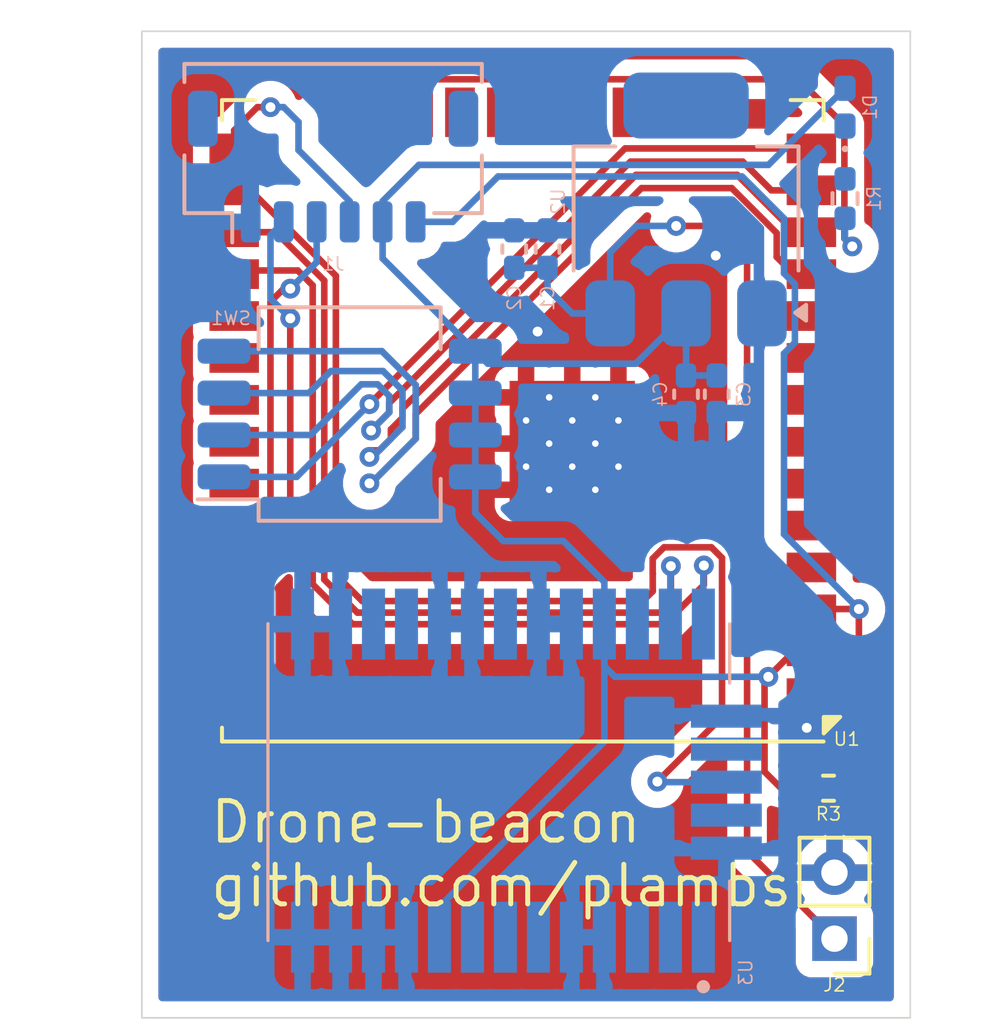
<source format=kicad_pcb>
(kicad_pcb (version 20241229) (generator "pcbnew") (generator_version "9.0")
  (layers (0 "F.Cu" signal) (2 "B.Cu" signal) (13 "F.Paste" user) (15 "B.Paste" user) (5 "F.SilkS" user "F.Silkscreen") (7 "B.SilkS" user "B.Silkscreen") (1 "F.Mask" user) (3 "B.Mask" user) (25 "Edge.Cuts" user))
  (net 0 "")
  (net 1 "GND")
  (net 2 "Net-(J2-Pin_1)")
  (net 3 "+3.3V")
  (net 4 "Net-(D1-K)")
  (net 5 "/ESP32_TX")
  (net 6 "/ESP32_RX")
  (net 7 "/ESP32_EN")
  (net 8 "/ESP32_BOOT")
  (net 9 "/STATUS_LED")
  (net 10 "/DIP1")
  (net 11 "/DIP3")
  (net 12 "/DIP2")
  (net 13 "/DIP4")
  (net 14 "/GPS_TX")
  (net 15 "/GPS_RX")
  (net 16 "/GPS_PPS")
  (footprint "Connector_PinHeader_2.00mm:PinHeader_1x02_P2.00mm_Vertical" (layer "F.Cu") (at 200.5 77.1 180)
    (property "Reference" "J2" (at 0 -1.4 0) (layer "F.SilkS") (effects (font (size 0.4 0.4) (thickness 0.05))))
    (property "Value" "Power Input")
    (fp_line (start 1.06 1) (end 1.06 3.06) (stroke (width 0.12)) (layer "F.SilkS"))
    (fp_line (start -1.06 3.06) (end 1.06 3.06) (stroke (width 0.12)) (layer "F.SilkS"))
    (fp_line (start -1.06 1) (end 1.06 1) (stroke (width 0.12)) (layer "F.SilkS"))
    (fp_line (start -1.06 1) (end -1.06 3.06) (stroke (width 0.12)) (layer "F.SilkS"))
    (fp_line (start -1.06 0) (end -1.06 -1.06) (stroke (width 0.12)) (layer "F.SilkS"))
    (fp_line (start -1.06 -1.06) (end 0 -1.06) (stroke (width 0.12)) (layer "F.SilkS"))
    (pad "1" thru_hole rect (at 0 0 180) (size 1.35 1.35) (drill 0.8) (layers "*.Cu" "*.Mask") (net 2 "Net-(J2-Pin_1)"))
    (pad "2" thru_hole oval (at 0 2 180) (size 1.35 1.35) (drill 0.8) (layers "*.Cu" "*.Mask") (net 1 "GND"))
  )
  (footprint "Resistor_SMD:R_0402_1005Metric_Pad0.72x0.64mm_HandSolder" (layer "F.Cu") (at 200.32 72.54)
    (property "Reference" "R3" (at 0 0.78 0) (layer "F.SilkS") (effects (font (size 0.4 0.4) (thickness 0.05))))
    (property "Value" "10k")
    (fp_line (start -0.167621 -0.38) (end 0.167621 -0.38) (stroke (width 0.12)) (layer "F.SilkS"))
    (fp_line (start -0.167621 0.38) (end 0.167621 0.38) (stroke (width 0.12)) (layer "F.SilkS"))
    (pad "1" smd roundrect (at -0.5975 0) (size 0.715 0.64) (layers "F.Cu" "F.Mask" "F.Paste") (net 3 "+3.3V"))
    (pad "2" smd roundrect (at 0.5975 0) (size 0.715 0.64) (layers "F.Cu" "F.Mask" "F.Paste") (net 7 "/ESP32_EN"))
  )
  (footprint "RF_Module:ESP32-WROOM-32U" (layer "F.Cu") (at 191.05 61.405 180)
    (property "Reference" "U1" (at -9.82 -9.645 0) (layer "F.SilkS") (effects (font (size 0.4 0.4) (thickness 0.05))))
    (property "Value" "ESP32-WROOM-32U")
    (fp_line (start 9.12 9.72) (end 8.12 9.72) (stroke (width 0.12)) (layer "F.SilkS"))
    (fp_line (start 9.12 9.1) (end 9.12 9.72) (stroke (width 0.12)) (layer "F.SilkS"))
    (fp_line (start 9.12 -9.72) (end 9.12 -9.3) (stroke (width 0.12)) (layer "F.SilkS"))
    (fp_line (start -9.12 9.72) (end -8.12 9.72) (stroke (width 0.12)) (layer "F.SilkS"))
    (fp_line (start -9.12 9.1) (end -9.12 9.72) (stroke (width 0.12)) (layer "F.SilkS"))
    (fp_line (start -9.12 -9.72) (end 9.12 -9.72) (stroke (width 0.12)) (layer "F.SilkS"))
    (fp_poly (pts (xy -9.125 -8.975) (xy -9.625 -8.975) (xy -9.125 -9.475) (xy -9.125 -8.975)) (stroke (width 0.12)) (fill yes) (layer "F.SilkS"))
    (pad "1" smd rect (at -8.75 -8.255 180) (size 1.5 0.9) (layers "F.Cu" "F.Mask" "F.Paste") (net 1 "GND"))
    (pad "2" smd rect (at -8.75 -6.985 180) (size 1.5 0.9) (layers "F.Cu" "F.Mask" "F.Paste") (net 3 "+3.3V"))
    (pad "3" smd rect (at -8.75 -5.715 180) (size 1.5 0.9) (layers "F.Cu" "F.Mask" "F.Paste") (net 7 "/ESP32_EN"))
    (pad "4" smd rect (at -8.75 -4.445 180) (size 1.5 0.9) (layers "F.Cu" "F.Mask" "F.Paste"))
    (pad "5" smd rect (at -8.75 -3.175 180) (size 1.5 0.9) (layers "F.Cu" "F.Mask" "F.Paste"))
    (pad "6" smd rect (at -8.75 -1.905 180) (size 1.5 0.9) (layers "F.Cu" "F.Mask" "F.Paste"))
    (pad "7" smd rect (at -8.75 -0.635 180) (size 1.5 0.9) (layers "F.Cu" "F.Mask" "F.Paste"))
    (pad "8" smd rect (at -8.75 0.635 180) (size 1.5 0.9) (layers "F.Cu" "F.Mask" "F.Paste"))
    (pad "9" smd rect (at -8.75 1.905 180) (size 1.5 0.9) (layers "F.Cu" "F.Mask" "F.Paste"))
    (pad "10" smd rect (at -8.75 3.175 180) (size 1.5 0.9) (layers "F.Cu" "F.Mask" "F.Paste"))
    (pad "11" smd rect (at -8.75 4.445 180) (size 1.5 0.9) (layers "F.Cu" "F.Mask" "F.Paste") (net 13 "/DIP4"))
    (pad "12" smd rect (at -8.75 5.715 180) (size 1.5 0.9) (layers "F.Cu" "F.Mask" "F.Paste") (net 11 "/DIP3"))
    (pad "13" smd rect (at -8.75 6.985 180) (size 1.5 0.9) (layers "F.Cu" "F.Mask" "F.Paste") (net 12 "/DIP2"))
    (pad "14" smd rect (at -8.75 8.255 180) (size 1.5 0.9) (layers "F.Cu" "F.Mask" "F.Paste") (net 10 "/DIP1"))
    (pad "15" smd rect (at -5.715 9.35 270) (size 1.5 0.9) (layers "F.Cu" "F.Mask" "F.Paste") (net 1 "GND"))
    (pad "16" smd rect (at -4.445 9.35 270) (size 1.5 0.9) (layers "F.Cu" "F.Mask" "F.Paste"))
    (pad "17" smd rect (at -3.175 9.35 270) (size 1.5 0.9) (layers "F.Cu" "F.Mask" "F.Paste"))
    (pad "18" smd rect (at -1.905 9.35 270) (size 1.5 0.9) (layers "F.Cu" "F.Mask" "F.Paste"))
    (pad "19" smd rect (at -0.635 9.35 270) (size 1.5 0.9) (layers "F.Cu" "F.Mask" "F.Paste"))
    (pad "20" smd rect (at 0.635 9.35 270) (size 1.5 0.9) (layers "F.Cu" "F.Mask" "F.Paste"))
    (pad "21" smd rect (at 1.905 9.35 270) (size 1.5 0.9) (layers "F.Cu" "F.Mask" "F.Paste"))
    (pad "22" smd rect (at 3.175 9.35 270) (size 1.5 0.9) (layers "F.Cu" "F.Mask" "F.Paste"))
    (pad "23" smd rect (at 4.445 9.35 270) (size 1.5 0.9) (layers "F.Cu" "F.Mask" "F.Paste"))
    (pad "24" smd rect (at 5.715 9.35 270) (size 1.5 0.9) (layers "F.Cu" "F.Mask" "F.Paste") (net 9 "/STATUS_LED"))
    (pad "25" smd rect (at 8.75 8.255 180) (size 1.5 0.9) (layers "F.Cu" "F.Mask" "F.Paste") (net 8 "/ESP32_BOOT"))
    (pad "26" smd rect (at 8.75 6.985 180) (size 1.5 0.9) (layers "F.Cu" "F.Mask" "F.Paste") (net 16 "/GPS_PPS"))
    (pad "27" smd rect (at 8.75 5.715 180) (size 1.5 0.9) (layers "F.Cu" "F.Mask" "F.Paste") (net 14 "/GPS_TX"))
    (pad "28" smd rect (at 8.75 4.445 180) (size 1.5 0.9) (layers "F.Cu" "F.Mask" "F.Paste") (net 15 "/GPS_RX"))
    (pad "29" smd rect (at 8.75 3.175 180) (size 1.5 0.9) (layers "F.Cu" "F.Mask" "F.Paste"))
    (pad "30" smd rect (at 8.75 1.905 180) (size 1.5 0.9) (layers "F.Cu" "F.Mask" "F.Paste"))
    (pad "31" smd rect (at 8.75 0.635 180) (size 1.5 0.9) (layers "F.Cu" "F.Mask" "F.Paste"))
    (pad "32" smd rect (at 8.75 -0.635 180) (size 1.5 0.9) (layers "F.Cu" "F.Mask" "F.Paste"))
    (pad "33" smd rect (at 8.75 -1.905 180) (size 1.5 0.9) (layers "F.Cu" "F.Mask" "F.Paste"))
    (pad "34" smd rect (at 8.75 -3.175 180) (size 1.5 0.9) (layers "F.Cu" "F.Mask" "F.Paste") (net 6 "/ESP32_RX"))
    (pad "35" smd rect (at 8.75 -4.445 180) (size 1.5 0.9) (layers "F.Cu" "F.Mask" "F.Paste") (net 5 "/ESP32_TX"))
    (pad "36" smd rect (at 8.75 -5.715 180) (size 1.5 0.9) (layers "F.Cu" "F.Mask" "F.Paste"))
    (pad "37" smd rect (at 8.75 -6.985 180) (size 1.5 0.9) (layers "F.Cu" "F.Mask" "F.Paste"))
    (pad "38" smd rect (at 8.75 -8.255 180) (size 1.5 0.9) (layers "F.Cu" "F.Mask" "F.Paste") (net 1 "GND"))
    (pad "39" smd rect (at -2.9 -2.09 180) (size 0.9 0.9) (layers "F.Cu" "F.Paste") (net 1 "GND"))
    (pad "39" thru_hole circle (at -2.9 -1.39 180) (size 0.6 0.6) (drill 0.2) (property pad_prop_heatsink) (layers "*.Cu" "F.Mask") (net 1 "GND"))
    (pad "39" smd rect (at -2.9 -0.69 180) (size 0.9 0.9) (layers "F.Cu" "F.Paste") (net 1 "GND"))
    (pad "39" thru_hole circle (at -2.9 0.01 180) (size 0.6 0.6) (drill 0.2) (property pad_prop_heatsink) (layers "*.Cu" "F.Mask") (net 1 "GND"))
    (pad "39" smd rect (at -2.9 0.71 180) (size 0.9 0.9) (layers "F.Cu" "F.Paste") (net 1 "GND"))
    (pad "39" thru_hole circle (at -2.2 -2.09 180) (size 0.6 0.6) (drill 0.2) (property pad_prop_heatsink) (layers "*.Cu" "F.Mask") (net 1 "GND"))
    (pad "39" thru_hole circle (at -2.2 -0.69 180) (size 0.6 0.6) (drill 0.2) (property pad_prop_heatsink) (layers "*.Cu" "F.Mask") (net 1 "GND"))
    (pad "39" thru_hole circle (at -2.2 0.71 180) (size 0.6 0.6) (drill 0.2) (property pad_prop_heatsink) (layers "*.Cu" "F.Mask") (net 1 "GND"))
    (pad "39" smd rect (at -1.5 -2.09 180) (size 0.9 0.9) (layers "F.Cu" "F.Paste") (net 1 "GND"))
    (pad "39" thru_hole circle (at -1.5 -1.39 180) (size 0.6 0.6) (drill 0.2) (property pad_prop_heatsink) (layers "*.Cu" "F.Mask") (net 1 "GND"))
    (pad "39" smd rect (at -1.5 -0.69 180) (size 0.9 0.9) (layers "F.Cu" "F.Paste") (net 1 "GND"))
    (pad "39" smd rect (at -1.5 -0.69 180) (size 3.8 3.8) (property pad_prop_heatsink) (layers "F.Cu" "F.Mask") (net 1 "GND"))
    (pad "39" thru_hole circle (at -1.5 0.01 180) (size 0.6 0.6) (drill 0.2) (property pad_prop_heatsink) (layers "*.Cu" "F.Mask") (net 1 "GND"))
    (pad "39" smd rect (at -1.5 0.71 180) (size 0.9 0.9) (layers "F.Cu" "F.Paste") (net 1 "GND"))
    (pad "39" thru_hole circle (at -0.8 -2.09 180) (size 0.6 0.6) (drill 0.2) (property pad_prop_heatsink) (layers "*.Cu" "F.Mask") (net 1 "GND"))
    (pad "39" thru_hole circle (at -0.8 -0.69 180) (size 0.6 0.6) (drill 0.2) (property pad_prop_heatsink) (layers "*.Cu" "F.Mask") (net 1 "GND"))
    (pad "39" thru_hole circle (at -0.8 0.71 180) (size 0.6 0.6) (drill 0.2) (property pad_prop_heatsink) (layers "*.Cu" "F.Mask") (net 1 "GND"))
    (pad "39" smd rect (at -0.1 -2.09 180) (size 0.9 0.9) (layers "F.Cu" "F.Paste") (net 1 "GND"))
    (pad "39" thru_hole circle (at -0.1 -1.39 180) (size 0.6 0.6) (drill 0.2) (property pad_prop_heatsink) (layers "*.Cu" "F.Mask") (net 1 "GND"))
    (pad "39" smd rect (at -0.1 -0.69 180) (size 0.9 0.9) (layers "F.Cu" "F.Paste") (net 1 "GND"))
    (pad "39" thru_hole circle (at -0.1 0.01 180) (size 0.6 0.6) (drill 0.2) (property pad_prop_heatsink) (layers "*.Cu" "F.Mask") (net 1 "GND"))
    (pad "39" smd rect (at -0.1 0.71 180) (size 0.9 0.9) (layers "F.Cu" "F.Paste") (net 1 "GND"))
  )
  (footprint "Package_TO_SOT_SMD:SOT-223" (layer "B.Cu") (at 196 55 90)
    (property "Reference" "U2" (at 0.24 -3.88 90) (layer "B.SilkS") (effects (font (size 0.4 0.4) (thickness 0.05)) (justify mirror)))
    (property "Value" "AMS1117-3.3")
    (fp_line (start 1.91 -3.41) (end 1.91 -2.15) (stroke (width 0.12)) (layer "B.SilkS"))
    (fp_line (start -1.85 -3.41) (end 1.91 -3.41) (stroke (width 0.12)) (layer "B.SilkS"))
    (fp_line (start 1.91 3.41) (end 1.91 2.15) (stroke (width 0.12)) (layer "B.SilkS"))
    (fp_line (start -1.85 3.41) (end 1.91 3.41) (stroke (width 0.12)) (layer "B.SilkS"))
    (fp_poly (pts (xy -3.13 3.31) (xy -3.37 3.64) (xy -2.89 3.64) (xy -3.13 3.31)) (stroke (width 0.12)) (fill yes) (layer "B.SilkS"))
    (pad "1" smd roundrect (at -3.15 2.3 90) (size 2 1.5) (layers "B.Cu" "B.Mask" "B.Paste") (net 1 "GND"))
    (pad "2" smd roundrect (at -3.15 0 90) (size 2 1.5) (layers "B.Cu" "B.Mask" "B.Paste") (net 3 "+3.3V"))
    (pad "3" smd roundrect (at -3.15 -2.3 90) (size 2 1.5) (layers "B.Cu" "B.Mask" "B.Paste") (net 2 "Net-(J2-Pin_1)"))
    (pad "4" smd roundrect (at 3.15 0 90) (size 2 3.8) (layers "B.Cu" "B.Mask" "B.Paste"))
  )
  (footprint "Capacitor_SMD:C_0402_1005Metric_Pad0.74x0.62mm_HandSolder" (layer "B.Cu") (at 196.93 60.6 -90)
    (property "Reference" "C3" (at 0 -0.82 90) (layer "B.SilkS") (effects (font (size 0.4 0.4) (thickness 0.05)) (justify mirror)))
    (property "Value" "10uF")
    (fp_line (start -0.115835 0.36) (end 0.115835 0.36) (stroke (width 0.12)) (layer "B.SilkS"))
    (fp_line (start -0.115835 -0.36) (end 0.115835 -0.36) (stroke (width 0.12)) (layer "B.SilkS"))
    (pad "1" smd roundrect (at -0.5675 0 270) (size 0.735 0.62) (layers "B.Cu" "B.Mask" "B.Paste") (net 3 "+3.3V"))
    (pad "2" smd roundrect (at 0.5675 0 270) (size 0.735 0.62) (layers "B.Cu" "B.Mask" "B.Paste") (net 1 "GND"))
  )
  (footprint "Resistor_SMD:R_0402_1005Metric_Pad0.72x0.64mm_HandSolder" (layer "B.Cu") (at 200.82 54.67 90)
    (property "Reference" "R1" (at 0 0.88 90) (layer "B.SilkS") (effects (font (size 0.4 0.4) (thickness 0.05)) (justify mirror)))
    (property "Value" "1k")
    (fp_line (start -0.167621 -0.38) (end 0.167621 -0.38) (stroke (width 0.12)) (layer "B.SilkS"))
    (fp_line (start -0.167621 0.38) (end 0.167621 0.38) (stroke (width 0.12)) (layer "B.SilkS"))
    (pad "1" smd roundrect (at -0.5975 0 90) (size 0.715 0.64) (layers "B.Cu" "B.Mask" "B.Paste") (net 9 "/STATUS_LED"))
    (pad "2" smd roundrect (at 0.5975 0 90) (size 0.715 0.64) (layers "B.Cu" "B.Mask" "B.Paste") (net 4 "Net-(D1-K)"))
  )
  (footprint "Button_Switch_SMD:SW_DIP_SPSTx04_Slide_Copal_CHS-04B_W7.62mm_P1.27mm" (layer "B.Cu") (at 185.8 61.2)
    (property "Reference" "SW1" (at -3.6 -2.9 0) (layer "B.SilkS") (effects (font (size 0.4 0.4) (thickness 0.05)) (justify mirror)))
    (property "Value" "Model selection")
    (fp_line (start -4.61 2.585) (end -2.76 2.585) (stroke (width 0.12)) (layer "B.SilkS"))
    (fp_line (start -2.76 -3.235) (end -2.76 -1.965) (stroke (width 0.12)) (layer "B.SilkS"))
    (fp_line (start -2.76 -3.235) (end 2.76 -3.235) (stroke (width 0.12)) (layer "B.SilkS"))
    (fp_line (start -2.76 3.235) (end -2.76 2.585) (stroke (width 0.12)) (layer "B.SilkS"))
    (fp_line (start -2.76 3.235) (end 2.76 3.235) (stroke (width 0.12)) (layer "B.SilkS"))
    (fp_line (start 2.76 -3.235) (end 2.76 -1.965) (stroke (width 0.12)) (layer "B.SilkS"))
    (fp_line (start 2.76 3.235) (end 2.76 1.965) (stroke (width 0.12)) (layer "B.SilkS"))
    (pad "1" smd roundrect (at -3.81 1.905) (size 1.6 0.76) (layers "B.Cu" "B.Mask" "B.Paste") (net 10 "/DIP1"))
    (pad "2" smd roundrect (at -3.81 0.635) (size 1.6 0.76) (layers "B.Cu" "B.Mask" "B.Paste") (net 12 "/DIP2"))
    (pad "3" smd roundrect (at -3.81 -0.635) (size 1.6 0.76) (layers "B.Cu" "B.Mask" "B.Paste") (net 11 "/DIP3"))
    (pad "4" smd roundrect (at -3.81 -1.905) (size 1.6 0.76) (layers "B.Cu" "B.Mask" "B.Paste") (net 13 "/DIP4"))
    (pad "5" smd roundrect (at 3.81 -1.905) (size 1.6 0.76) (layers "B.Cu" "B.Mask" "B.Paste") (net 3 "+3.3V"))
    (pad "6" smd roundrect (at 3.81 -0.635) (size 1.6 0.76) (layers "B.Cu" "B.Mask" "B.Paste") (net 3 "+3.3V"))
    (pad "7" smd roundrect (at 3.81 0.635) (size 1.6 0.76) (layers "B.Cu" "B.Mask" "B.Paste") (net 3 "+3.3V"))
    (pad "8" smd roundrect (at 3.81 1.905) (size 1.6 0.76) (layers "B.Cu" "B.Mask" "B.Paste") (net 3 "+3.3V"))
  )
  (footprint "Capacitor_SMD:C_0402_1005Metric_Pad0.74x0.62mm_HandSolder" (layer "B.Cu") (at 191.8 56.2 90)
    (property "Reference" "C1" (at -1.49 0 270) (layer "B.SilkS") (effects (font (size 0.4 0.4) (thickness 0.05)) (justify mirror)))
    (property "Value" "10uF")
    (fp_line (start -0.115835 -0.36) (end 0.115835 -0.36) (stroke (width 0.12)) (layer "B.SilkS"))
    (fp_line (start -0.115835 0.36) (end 0.115835 0.36) (stroke (width 0.12)) (layer "B.SilkS"))
    (pad "1" smd roundrect (at -0.5675 0 90) (size 0.735 0.62) (layers "B.Cu" "B.Mask" "B.Paste") (net 2 "Net-(J2-Pin_1)"))
    (pad "2" smd roundrect (at 0.5675 0 90) (size 0.735 0.62) (layers "B.Cu" "B.Mask" "B.Paste") (net 1 "GND"))
  )
  (footprint "LED_SMD:LED_0402_1005Metric_Pad0.77x0.64mm_HandSolder" (layer "B.Cu") (at 200.82 51.9 90)
    (property "Reference" "D1" (at 0 0.76 90) (layer "B.SilkS") (effects (font (size 0.4 0.4) (thickness 0.05)) (justify mirror)))
    (property "Value" "LED")
    (fp_circle (center -1.265 0) (end -1.215 0) (stroke (width 0.1)) (fill no) (layer "B.SilkS"))
    (pad "1" smd roundrect (at -0.5725 0 90) (size 0.765 0.64) (layers "B.Cu" "B.Mask" "B.Paste") (net 4 "Net-(D1-K)"))
    (pad "2" smd roundrect (at 0.5725 0 90) (size 0.765 0.64) (layers "B.Cu" "B.Mask" "B.Paste") (net 3 "+3.3V"))
  )
  (footprint "QUECTEL_L96:L96" (layer "B.Cu") (at 190.81 72.31 -90)
    (property "Reference" "U3" (at 5.8135 -7 90) (layer "B.SilkS") (effects (font (size 0.4 0.4) (thickness 0.05)) (justify mirror)))
    (property "Value" "L96" (hide yes))
    (fp_line (start -4.754 7.487) (end 4.846 7.487) (stroke (width 0.1)) (layer "B.SilkS"))
    (fp_line (start 6.246 -5.614) (end 6.246 -5.614) (stroke (width 0.2)) (layer "B.SilkS"))
    (fp_line (start 6.246 -5.814) (end 6.246 -5.814) (stroke (width 0.2)) (layer "B.SilkS"))
    (fp_line (start -4.754 -6.513) (end -2.954 -6.513) (stroke (width 0.1)) (layer "B.SilkS"))
    (fp_line (start 4.846 -6.513) (end 3.046 -6.513) (stroke (width 0.1)) (layer "B.SilkS"))
    (fp_arc (start 6.246 -5.614) (mid 6.146 -5.714) (end 6.246 -5.814) (stroke (width 0.2)) (layer "B.SilkS"))
    (fp_arc (start 6.246 -5.814) (mid 6.346 -5.714) (end 6.246 -5.614) (stroke (width 0.2)) (layer "B.SilkS"))
    (pad "1" smd rect (at 4.746 -5.714 180) (size 0.7 2.15) (layers "B.Cu" "B.Mask" "B.Paste"))
    (pad "2" smd rect (at 4.746 -4.714 180) (size 0.7 2.15) (layers "B.Cu" "B.Mask" "B.Paste"))
    (pad "3" smd rect (at 4.746 -3.713 180) (size 0.7 2.15) (layers "B.Cu" "B.Mask" "B.Paste"))
    (pad "4" smd rect (at 4.746 -2.713 180) (size 0.7 2.15) (layers "B.Cu" "B.Mask" "B.Paste") (net 1 "GND"))
    (pad "5" smd rect (at 4.746 -1.713 180) (size 0.7 2.15) (layers "B.Cu" "B.Mask" "B.Paste") (net 1 "GND"))
    (pad "6" smd rect (at 4.746 -0.713 180) (size 0.7 2.15) (layers "B.Cu" "B.Mask" "B.Paste"))
    (pad "7" smd rect (at 4.746 0.287 180) (size 0.7 2.15) (layers "B.Cu" "B.Mask" "B.Paste"))
    (pad "8" smd rect (at 4.746 1.287 180) (size 0.7 2.15) (layers "B.Cu" "B.Mask" "B.Paste"))
    (pad "9" smd rect (at 4.746 2.287 180) (size 0.7 2.15) (layers "B.Cu" "B.Mask" "B.Paste") (net 3 "+3.3V"))
    (pad "10" smd rect (at 4.746 3.287 180) (size 0.7 2.15) (layers "B.Cu" "B.Mask" "B.Paste") (net 1 "GND"))
    (pad "11" smd rect (at 4.746 4.287 180) (size 0.7 2.15) (layers "B.Cu" "B.Mask" "B.Paste") (net 1 "GND"))
    (pad "12" smd rect (at 4.746 5.287 180) (size 0.7 2.15) (layers "B.Cu" "B.Mask" "B.Paste") (net 1 "GND"))
    (pad "13" smd rect (at 4.746 6.438 180) (size 0.7 2.15) (layers "B.Cu" "B.Mask" "B.Paste") (net 1 "GND"))
    (pad "14" smd rect (at -4.744 6.438 180) (size 0.7 2.15) (layers "B.Cu" "B.Mask" "B.Paste") (net 1 "GND"))
    (pad "15" smd rect (at -4.744 5.287 180) (size 0.7 2.15) (layers "B.Cu" "B.Mask" "B.Paste") (net 1 "GND"))
    (pad "16" smd rect (at -4.744 4.287 180) (size 0.7 2.15) (layers "B.Cu" "B.Mask" "B.Paste"))
    (pad "17" smd rect (at -4.744 3.287 180) (size 0.7 2.15) (layers "B.Cu" "B.Mask" "B.Paste"))
    (pad "18" smd rect (at -4.744 2.287 180) (size 0.7 2.15) (layers "B.Cu" "B.Mask" "B.Paste") (net 1 "GND"))
    (pad "19" smd rect (at -4.744 1.287 180) (size 0.7 2.15) (layers "B.Cu" "B.Mask" "B.Paste") (net 1 "GND"))
    (pad "20" smd rect (at -4.744 0.287 180) (size 0.7 2.15) (layers "B.Cu" "B.Mask" "B.Paste"))
    (pad "21" smd rect (at -4.744 -0.713 180) (size 0.7 2.15) (layers "B.Cu" "B.Mask" "B.Paste") (net 1 "GND"))
    (pad "22" smd rect (at -4.744 -1.713 180) (size 0.7 2.15) (layers "B.Cu" "B.Mask" "B.Paste") (net 1 "GND"))
    (pad "23" smd rect (at -4.744 -2.713 180) (size 0.7 2.15) (layers "B.Cu" "B.Mask" "B.Paste") (net 3 "+3.3V"))
    (pad "24" smd rect (at -4.744 -3.713 180) (size 0.7 2.15) (layers "B.Cu" "B.Mask" "B.Paste"))
    (pad "25" smd rect (at -4.744 -4.714 180) (size 0.7 2.15) (layers "B.Cu" "B.Mask" "B.Paste") (net 14 "/GPS_TX"))
    (pad "26" smd rect (at -4.744 -5.714 180) (size 0.7 2.15) (layers "B.Cu" "B.Mask" "B.Paste") (net 15 "/GPS_RX"))
    (pad "27" smd rect (at -1.954 -6.412 270) (size 0.7 2.15) (layers "B.Cu" "B.Mask" "B.Paste") (net 1 "GND"))
    (pad "28" smd rect (at -0.954 -6.412 270) (size 0.7 2.15) (layers "B.Cu" "B.Mask" "B.Paste"))
    (pad "29" smd rect (at 0.046 -6.412 270) (size 0.7 2.15) (layers "B.Cu" "B.Mask" "B.Paste") (net 16 "/GPS_PPS"))
    (pad "30" smd rect (at 1.046 -6.412 270) (size 0.7 2.15) (layers "B.Cu" "B.Mask" "B.Paste"))
    (pad "31" smd rect (at 2.046 -6.412 270) (size 0.7 2.15) (layers "B.Cu" "B.Mask" "B.Paste") (net 1 "GND"))
  )
  (footprint "Capacitor_SMD:C_0402_1005Metric_Pad0.74x0.62mm_HandSolder" (layer "B.Cu") (at 190.79 56.2 90)
    (property "Reference" "C2" (at -1.48 0 270) (layer "B.SilkS") (effects (font (size 0.4 0.4) (thickness 0.05)) (justify mirror)))
    (property "Value" "100nF")
    (fp_line (start -0.115835 -0.36) (end 0.115835 -0.36) (stroke (width 0.12)) (layer "B.SilkS"))
    (fp_line (start -0.115835 0.36) (end 0.115835 0.36) (stroke (width 0.12)) (layer "B.SilkS"))
    (pad "1" smd roundrect (at -0.5675 0 90) (size 0.735 0.62) (layers "B.Cu" "B.Mask" "B.Paste") (net 2 "Net-(J2-Pin_1)"))
    (pad "2" smd roundrect (at 0.5675 0 90) (size 0.735 0.62) (layers "B.Cu" "B.Mask" "B.Paste") (net 1 "GND"))
  )
  (footprint "Capacitor_SMD:C_0402_1005Metric_Pad0.74x0.62mm_HandSolder" (layer "B.Cu") (at 196 60.6 -90)
    (property "Reference" "C4" (at 0 0.78 90) (layer "B.SilkS") (effects (font (size 0.4 0.4) (thickness 0.05)) (justify mirror)))
    (property "Value" "100nF")
    (fp_line (start -0.115835 0.36) (end 0.115835 0.36) (stroke (width 0.12)) (layer "B.SilkS"))
    (fp_line (start -0.115835 -0.36) (end 0.115835 -0.36) (stroke (width 0.12)) (layer "B.SilkS"))
    (pad "1" smd roundrect (at -0.5675 0 270) (size 0.735 0.62) (layers "B.Cu" "B.Mask" "B.Paste") (net 3 "+3.3V"))
    (pad "2" smd roundrect (at 0.5675 0 270) (size 0.735 0.62) (layers "B.Cu" "B.Mask" "B.Paste") (net 1 "GND"))
  )
  (footprint "Connector_JST:JST_SHL_SM06B-SHLS-TF_1x06-1MP_P1.00mm_Horizontal" (layer "B.Cu") (at 185.3 53.7)
    (property "Reference" "J1" (at 0 2.95 0) (layer "B.SilkS") (effects (font (size 0.4 0.4) (thickness 0.05)) (justify mirror)))
    (property "Value" "ESP32 Flashing connector")
    (fp_line (start -4.51 -3.11) (end 4.51 -3.11) (stroke (width 0.12)) (layer "B.SilkS"))
    (fp_line (start -4.51 -2.56) (end -4.51 -3.11) (stroke (width 0.12)) (layer "B.SilkS"))
    (fp_line (start -4.51 -0.34) (end -4.51 1.41) (stroke (width 0.12)) (layer "B.SilkS"))
    (fp_line (start -4.51 1.41) (end -3.06 1.41) (stroke (width 0.12)) (layer "B.SilkS"))
    (fp_line (start -3.06 1.41) (end -3.06 2.3) (stroke (width 0.12)) (layer "B.SilkS"))
    (fp_line (start 4.51 -3.11) (end 4.51 -2.56) (stroke (width 0.12)) (layer "B.SilkS"))
    (fp_line (start 4.51 -0.34) (end 4.51 1.41) (stroke (width 0.12)) (layer "B.SilkS"))
    (fp_line (start 4.51 1.41) (end 3.06 1.41) (stroke (width 0.12)) (layer "B.SilkS"))
    (pad "1" smd roundrect (at -2.5 1.675) (size 0.6 1.25) (layers "B.Cu" "B.Mask" "B.Paste") (net 1 "GND"))
    (pad "2" smd roundrect (at -1.5 1.675) (size 0.6 1.25) (layers "B.Cu" "B.Mask" "B.Paste") (net 5 "/ESP32_TX"))
    (pad "3" smd roundrect (at -0.5 1.675) (size 0.6 1.25) (layers "B.Cu" "B.Mask" "B.Paste") (net 6 "/ESP32_RX"))
    (pad "4" smd roundrect (at 0.5 1.675) (size 0.6 1.25) (layers "B.Cu" "B.Mask" "B.Paste") (net 8 "/ESP32_BOOT"))
    (pad "5" smd roundrect (at 1.5 1.675) (size 0.6 1.25) (layers "B.Cu" "B.Mask" "B.Paste") (net 3 "+3.3V"))
    (pad "6" smd roundrect (at 2.5 1.675) (size 0.6 1.25) (layers "B.Cu" "B.Mask" "B.Paste") (net 7 "/ESP32_EN"))
    (pad "MP" smd roundrect (at -3.95 -1.45) (size 0.9 1.7) (layers "B.Cu" "B.Mask" "B.Paste"))
    (pad "MP" smd roundrect (at 3.95 -1.45) (size 0.9 1.7) (layers "B.Cu" "B.Mask" "B.Paste"))
  )
  (gr_rect (start 179.5 49.6) (end 202.8 79.5) (stroke (width 0.05)) (fill no) (layer "Edge.Cuts"))
  (gr_text "Drone-beacon\ngithub.com/plambs" (at 181.5 76.2 0) (layer "F.SilkS") (effects (font (size 1.2 1.2)) (justify left bottom)))
  (segment (start 181.03 72.33) (end 181.04 72.34) (width 0.2) (layer "F.Cu") (net 1))
  (via (at 196.9 56.4) (size 0.6) (drill 0.3) (layers "F.Cu" "B.Cu") (net 1))
  (via (at 199.66 70.71) (size 0.6) (drill 0.3) (layers "F.Cu" "B.Cu") (net 1))
  (via (at 191.5 58.7) (size 0.6) (drill 0.3) (layers "F.Cu" "B.Cu") (net 1))
  (segment (start 197.85 56.05) (end 197.3 55.5) (width 0.2) (layer "F.Cu") (net 2))
  (segment (start 197.85 74.45) (end 197.85 56.05) (width 0.2) (layer "F.Cu") (net 2))
  (segment (start 200.5 77.1) (end 197.85 74.45) (width 0.2) (layer "F.Cu") (net 2))
  (segment (start 197.3 55.5) (end 195.7 55.5) (width 0.2) (layer "F.Cu") (net 2))
  (via (at 195.7 55.5) (size 0.6) (drill 0.3) (layers "F.Cu" "B.Cu") (net 2))
  (segment (start 194.5 55.5) (end 195.7 55.5) (width 0.2) (layer "B.Cu") (net 2))
  (segment (start 193.7 58.15) (end 192.55 58.15) (width 0.2) (layer "B.Cu") (net 2))
  (segment (start 193.7 58.15) (end 193.7 56.3) (width 0.2) (layer "B.Cu") (net 2))
  (segment (start 191.8 56.7675) (end 191.8 57.4) (width 0.2) (layer "B.Cu") (net 2))
  (segment (start 191.8 56.7675) (end 190.79 56.7675) (width 0.2) (layer "B.Cu") (net 2))
  (segment (start 192.55 58.15) (end 191.8 57.4) (width 0.2) (layer "B.Cu") (net 2))
  (segment (start 193.7 56.3) (end 194.5 55.5) (width 0.2) (layer "B.Cu") (net 2))
  (segment (start 199.7025 72.52) (end 198.86 72.52) (width 0.2) (layer "F.Cu") (net 3))
  (segment (start 199.7225 72.54) (end 199.7025 72.52) (width 0.2) (layer "F.Cu") (net 3))
  (segment (start 198.38 72.04) (end 198.38 69.278) (width 0.2) (layer "F.Cu") (net 3))
  (segment (start 198.38 69.278) (end 198.494 69.164) (width 0.2) (layer "F.Cu") (net 3))
  (segment (start 198.86 72.52) (end 198.38 72.04) (width 0.2) (layer "F.Cu") (net 3))
  (segment (start 198.494 69.164) (end 199.268 68.39) (width 0.2) (layer "F.Cu") (net 3))
  (segment (start 199.268 68.39) (end 199.8 68.39) (width 0.2) (layer "F.Cu") (net 3))
  (via (at 198.494 69.164) (size 0.6) (drill 0.3) (layers "F.Cu" "B.Cu") (net 3))
  (segment (start 192.282 65.05) (end 193.523 66.291) (width 0.2) (layer "B.Cu") (net 3))
  (segment (start 189.99 59.675) (end 194.475 59.675) (width 0.2) (layer "B.Cu") (net 3))
  (segment (start 189.61 63.105) (end 189.61 64.2) (width 0.2) (layer "B.Cu") (net 3))
  (segment (start 189.61 59.295) (end 189.61 63.105) (width 0.2) (layer "B.Cu") (net 3))
  (segment (start 186.8 54.750001) (end 186.8 55.375) (width 0.2) (layer "B.Cu") (net 3))
  (segment (start 193.523 68.841) (end 193.846 69.164) (width 0.2) (layer "B.Cu") (net 3))
  (segment (start 189.61 59.295) (end 186.8 56.485) (width 0.2) (layer "B.Cu") (net 3))
  (segment (start 193.523 66.291) (end 193.523 67.566) (width 0.2) (layer "B.Cu") (net 3))
  (segment (start 196 60.0325) (end 196 58.15) (width 0.2) (layer "B.Cu") (net 3))
  (segment (start 189.61 64.2) (end 190.46 65.05) (width 0.2) (layer "B.Cu") (net 3))
  (segment (start 189.61 59.295) (end 189.99 59.675) (width 0.2) (layer "B.Cu") (net 3))
  (segment (start 198.4985 53.649) (end 187.901001 53.649) (width 0.2) (layer "B.Cu") (net 3))
  (segment (start 190.46 65.05) (end 192.282 65.05) (width 0.2) (layer "B.Cu") (net 3))
  (segment (start 193.523 71.129) (end 188.523 76.129) (width 0.2) (layer "B.Cu") (net 3))
  (segment (start 194.475 59.675) (end 196 58.15) (width 0.2) (layer "B.Cu") (net 3))
  (segment (start 193.846 69.164) (end 198.494 69.164) (width 0.2) (layer "B.Cu") (net 3))
  (segment (start 193.523 67.566) (end 193.523 68.841) (width 0.2) (layer "B.Cu") (net 3))
  (segment (start 196 60.0325) (end 196.93 60.0325) (width 0.2) (layer "B.Cu") (net 3))
  (segment (start 200.82 51.3275) (end 198.4985 53.649) (width 0.2) (layer "B.Cu") (net 3))
  (segment (start 186.8 56.485) (end 186.8 55.375) (width 0.2) (layer "B.Cu") (net 3))
  (segment (start 188.523 76.129) (end 188.523 77.056) (width 0.2) (layer "B.Cu") (net 3))
  (segment (start 193.523 67.566) (end 193.523 71.129) (width 0.2) (layer "B.Cu") (net 3))
  (segment (start 187.901001 53.649) (end 186.8 54.750001) (width 0.2) (layer "B.Cu") (net 3))
  (segment (start 183.25 65.85) (end 182.3 65.85) (width 0.2) (layer "F.Cu") (net 5))
  (segment (start 184 65.1) (end 183.25 65.85) (width 0.2) (layer "F.Cu") (net 5))
  (segment (start 184 58.3) (end 184 65.1) (width 0.2) (layer "F.Cu") (net 5))
  (via (at 184 58.3) (size 0.6) (drill 0.3) (layers "F.Cu" "B.Cu") (net 5))
  (segment (start 183.4 55.775) (end 183.4 57.7) (width 0.2) (layer "B.Cu") (net 5))
  (segment (start 183.4 57.7) (end 184 58.3) (width 0.2) (layer "B.Cu") (net 5))
  (segment (start 183.8 55.375) (end 183.4 55.775) (width 0.2) (layer "B.Cu") (net 5))
  (segment (start 183.8 57.4) (end 183.399 57.801) (width 0.2) (layer "F.Cu") (net 6))
  (segment (start 183.25 64.58) (end 182.3 64.58) (width 0.2) (layer "F.Cu") (net 6))
  (segment (start 183.399 57.801) (end 183.399 64.431) (width 0.2) (layer "F.Cu") (net 6))
  (segment (start 184 57.4) (end 183.8 57.4) (width 0.2) (layer "F.Cu") (net 6))
  (segment (start 183.399 64.431) (end 183.25 64.58) (width 0.2) (layer "F.Cu") (net 6))
  (via (at 184 57.4) (size 0.6) (drill 0.3) (layers "F.Cu" "B.Cu") (net 6))
  (segment (start 184.8 55.375) (end 184.8 56.6) (width 0.2) (layer "B.Cu") (net 6))
  (segment (start 184.8 56.6) (end 184 57.4) (width 0.2) (layer "B.Cu") (net 6))
  (segment (start 200.9175 72.54) (end 200.9175 72.4325) (width 0.2) (layer "F.Cu") (net 7))
  (segment (start 200.9175 72.4325) (end 201.24 72.11) (width 0.2) (layer "F.Cu") (net 7))
  (segment (start 199.81 67.11) (end 199.8 67.12) (width 0.2) (layer "F.Cu") (net 7))
  (segment (start 201.24 72.11) (end 201.24 67.11) (width 0.2) (layer "F.Cu") (net 7))
  (segment (start 201.24 67.11) (end 199.81 67.11) (width 0.2) (layer "F.Cu") (net 7))
  (via (at 201.24 67.11) (size 0.6) (drill 0.3) (layers "F.Cu" "B.Cu") (net 7))
  (segment (start 198.97 56.934702) (end 198.97 55.27) (width 0.2) (layer "B.Cu") (net 7))
  (segment (start 201.24 67.11) (end 198.97 64.84) (width 0.2) (layer "B.Cu") (net 7))
  (segment (start 199.301 57.265702) (end 198.97 56.934702) (width 0.2) (layer "B.Cu") (net 7))
  (segment (start 199.301 59.034298) (end 199.301 57.265702) (width 0.2) (layer "B.Cu") (net 7))
  (segment (start 197.7 54) (end 190.3 54) (width 0.2) (layer "B.Cu") (net 7))
  (segment (start 198.97 55.27) (end 197.7 54) (width 0.2) (layer "B.Cu") (net 7))
  (segment (start 198.97 64.84) (end 198.97 59.365298) (width 0.2) (layer "B.Cu") (net 7))
  (segment (start 190.3 54) (end 188.925 55.375) (width 0.2) (layer "B.Cu") (net 7))
  (segment (start 198.97 59.365298) (end 199.301 59.034298) (width 0.2) (layer "B.Cu") (net 7))
  (segment (start 188.925 55.375) (end 187.8 55.375) (width 0.2) (layer "B.Cu") (net 7))
  (segment (start 183 51.9) (end 182.3 52.6) (width 0.2) (layer "F.Cu") (net 8))
  (segment (start 183.4 51.9) (end 183 51.9) (width 0.2) (layer "F.Cu") (net 8))
  (segment (start 182.3 52.6) (end 182.3 53.15) (width 0.2) (layer "F.Cu") (net 8))
  (via (at 183.4 51.9) (size 0.6) (drill 0.3) (layers "F.Cu" "B.Cu") (net 8))
  (segment (start 185.8 54.750001) (end 185.8 55.375) (width 0.2) (layer "B.Cu") (net 8))
  (segment (start 183.8 51.9) (end 184.249999 52.349999) (width 0.2) (layer "B.Cu") (net 8))
  (segment (start 183.4 51.9) (end 183.8 51.9) (width 0.2) (layer "B.Cu") (net 8))
  (segment (start 184.249999 53.2) (end 185.8 54.750001) (width 0.2) (layer "B.Cu") (net 8))
  (segment (start 184.249999 52.349999) (end 184.249999 53.2) (width 0.2) (layer "B.Cu") (net 8))
  (segment (start 199.406 51.054) (end 186.036 51.054) (width 0.2) (layer "F.Cu") (net 9))
  (segment (start 200.801 52.449) (end 200.78 52.449) (width 0.2) (layer "F.Cu") (net 9))
  (segment (start 186.036 51.054) (end 185.335 51.755) (width 0.2) (layer "F.Cu") (net 9))
  (segment (start 200.801 54.989) (end 200.801 52.449) (width 0.2) (layer "F.Cu") (net 9))
  (segment (start 201.04 56.12) (end 200.801 55.881) (width 0.2) (layer "F.Cu") (net 9))
  (segment (start 200.78 52.428) (end 199.406 51.054) (width 0.2) (layer "F.Cu") (net 9))
  (segment (start 200.801 55.121) (end 200.801 54.989) (width 0.2) (layer "F.Cu") (net 9))
  (segment (start 185.335 51.755) (end 185.335 52.055) (width 0.2) (layer "F.Cu") (net 9))
  (segment (start 200.78 52.449) (end 200.78 52.428) (width 0.2) (layer "F.Cu") (net 9))
  (segment (start 200.801 55.881) (end 200.801 55.121) (width 0.2) (layer "F.Cu") (net 9))
  (via (at 201.04 56.12) (size 0.6) (drill 0.3) (layers "F.Cu" "B.Cu") (net 9))
  (segment (start 201.04 56.12) (end 200.82 55.9) (width 0.2) (layer "B.Cu") (net 9))
  (segment (start 200.82 55.9) (end 200.82 55.2675) (width 0.2) (layer "B.Cu") (net 9))
  (segment (start 199.8 53.15) (end 194.15 53.15) (width 0.2) (layer "F.Cu") (net 10))
  (segment (start 194.15 53.15) (end 186.4 60.9) (width 0.2) (layer "F.Cu") (net 10))
  (via (at 186.4 60.9) (size 0.6) (drill 0.3) (layers "F.Cu" "B.Cu") (net 10))
  (segment (start 181.99 63.105) (end 184.195 63.105) (width 0.2) (layer "B.Cu") (net 10))
  (segment (start 184.195 63.105) (end 186.4 60.9) (width 0.2) (layer "B.Cu") (net 10))
  (segment (start 194.4822 53.952) (end 187.402 61.0322) (width 0.2) (layer "F.Cu") (net 11))
  (segment (start 187.402 61.315043) (end 187.050943 61.6661) (width 0.2) (layer "F.Cu") (net 11))
  (segment (start 187.050943 61.948943) (end 186.698886 62.301) (width 0.2) (layer "F.Cu") (net 11))
  (segment (start 199.29 55.69) (end 197.552 53.952) (width 0.2) (layer "F.Cu") (net 11))
  (segment (start 187.402 61.0322) (end 187.402 61.315043) (width 0.2) (layer "F.Cu") (net 11))
  (segment (start 186.698886 62.301) (end 186.4 62.301) (width 0.2) (layer "F.Cu") (net 11))
  (segment (start 199.8 55.69) (end 199.29 55.69) (width 0.2) (layer "F.Cu") (net 11))
  (segment (start 186.4 62.301) (end 186.4 62.5) (width 0.2) (layer "F.Cu") (net 11))
  (segment (start 197.552 53.952) (end 194.4822 53.952) (width 0.2) (layer "F.Cu") (net 11))
  (segment (start 187.050943 61.6661) (end 187.050943 61.948943) (width 0.2) (layer "F.Cu") (net 11))
  (via (at 186.4 62.5) (size 0.6) (drill 0.3) (layers "F.Cu" "B.Cu") (net 11))
  (segment (start 187.402 61.597886) (end 186.499886 62.5) (width 0.2) (layer "B.Cu") (net 11))
  (segment (start 186.499886 62.5) (end 186.4 62.5) (width 0.2) (layer "B.Cu") (net 11))
  (segment (start 184.563 60.565) (end 185.23 59.898) (width 0.2) (layer "B.Cu") (net 11))
  (segment (start 186.815043 59.898) (end 187.402 60.484957) (width 0.2) (layer "B.Cu") (net 11))
  (segment (start 181.99 60.565) (end 184.563 60.565) (width 0.2) (layer "B.Cu") (net 11))
  (segment (start 185.23 59.898) (end 186.815043 59.898) (width 0.2) (layer "B.Cu") (net 11))
  (segment (start 187.402 60.484957) (end 187.402 61.597886) (width 0.2) (layer "B.Cu") (net 11))
  (segment (start 194.3161 53.551) (end 187.001 60.8661) (width 0.2) (layer "F.Cu") (net 12))
  (segment (start 198.5871 54.42) (end 197.7181 53.551) (width 0.2) (layer "F.Cu") (net 12))
  (segment (start 197.7181 53.551) (end 194.3161 53.551) (width 0.2) (layer "F.Cu") (net 12))
  (segment (start 187.001 60.8661) (end 187.001 61.148943) (width 0.2) (layer "F.Cu") (net 12))
  (segment (start 187.001 61.148943) (end 186.449943 61.7) (width 0.2) (layer "F.Cu") (net 12))
  (segment (start 199.8 54.42) (end 198.5871 54.42) (width 0.2) (layer "F.Cu") (net 12))
  (via (at 186.449943 61.7) (size 0.6) (drill 0.3) (layers "F.Cu" "B.Cu") (net 12))
  (segment (start 187.001 60.651057) (end 187.001 61.148943) (width 0.2) (layer "B.Cu") (net 12))
  (segment (start 181.99 61.835) (end 184.615057 61.835) (width 0.2) (layer "B.Cu") (net 12))
  (segment (start 186.151057 60.299) (end 186.648943 60.299) (width 0.2) (layer "B.Cu") (net 12))
  (segment (start 187.001 61.148943) (end 186.449943 61.7) (width 0.2) (layer "B.Cu") (net 12))
  (segment (start 186.648943 60.299) (end 187.001 60.651057) (width 0.2) (layer "B.Cu") (net 12))
  (segment (start 184.615057 61.835) (end 186.151057 60.299) (width 0.2) (layer "B.Cu") (net 12))
  (segment (start 194.6483 54.353) (end 187.803 61.1983) (width 0.2) (layer "F.Cu") (net 13))
  (segment (start 199.268 56.96) (end 198.749 56.441) (width 0.2) (layer "F.Cu") (net 13))
  (segment (start 187.803 61.1983) (end 187.803 61.946943) (width 0.2) (layer "F.Cu") (net 13))
  (segment (start 197.3859 54.353) (end 194.6483 54.353) (width 0.2) (layer "F.Cu") (net 13))
  (segment (start 186.449943 63.3) (end 186.4 63.3) (width 0.2) (layer "F.Cu") (net 13))
  (segment (start 199.8 56.96) (end 199.268 56.96) (width 0.2) (layer "F.Cu") (net 13))
  (segment (start 198.749 56.441) (end 198.749 55.7161) (width 0.2) (layer "F.Cu") (net 13))
  (segment (start 187.803 61.946943) (end 186.449943 63.3) (width 0.2) (layer "F.Cu") (net 13))
  (segment (start 198.749 55.7161) (end 197.3859 54.353) (width 0.2) (layer "F.Cu") (net 13))
  (via (at 186.4 63.3) (size 0.6) (drill 0.3) (layers "F.Cu" "B.Cu") (net 13))
  (segment (start 186.449943 63.3) (end 186.4 63.3) (width 0.2) (layer "B.Cu") (net 13))
  (segment (start 187.803 60.318857) (end 187.803 61.946943) (width 0.2) (layer "B.Cu") (net 13))
  (segment (start 186.779143 59.295) (end 187.803 60.318857) (width 0.2) (layer "B.Cu") (net 13))
  (segment (start 187.803 61.946943) (end 186.449943 63.3) (width 0.2) (layer "B.Cu") (net 13))
  (segment (start 181.99 59.295) (end 186.779143 59.295) (width 0.2) (layer "B.Cu") (net 13))
  (segment (start 195.551806 66.871806) (end 195.54 66.86) (width 0.2) (layer "F.Cu") (net 14))
  (segment (start 186.035388 67.219) (end 195.204612 67.219) (width 0.2) (layer "F.Cu") (net 14))
  (segment (start 185.031 57.15538) (end 185.031 66.214612) (width 0.2) (layer "F.Cu") (net 14))
  (segment (start 183.56562 55.69) (end 185.031 57.15538) (width 0.2) (layer "F.Cu") (net 14))
  (segment (start 195.54 66.86) (end 195.54 65.81) (width 0.2) (layer "F.Cu") (net 14))
  (segment (start 195.204612 67.219) (end 195.551806 66.871806) (width 0.2) (layer "F.Cu") (net 14))
  (segment (start 182.3 55.69) (end 183.56562 55.69) (width 0.2) (layer "F.Cu") (net 14))
  (segment (start 185.031 66.214612) (end 186.035388 67.219) (width 0.2) (layer "F.Cu") (net 14))
  (via (at 195.54 65.81) (size 0.6) (drill 0.3) (layers "F.Cu" "B.Cu") (net 14))
  (segment (start 195.524 65.826) (end 195.54 65.81) (width 0.2) (layer "B.Cu") (net 14))
  (segment (start 195.524 67.566) (end 195.524 65.826) (width 0.2) (layer "B.Cu") (net 14))
  (segment (start 184.228232 56.849) (end 184.68 57.300768) (width 0.2) (layer "F.Cu") (net 15))
  (segment (start 182.3 56.96) (end 182.411 56.849) (width 0.2) (layer "F.Cu") (net 15))
  (segment (start 184.68 66.36) (end 185.89 67.57) (width 0.2) (layer "F.Cu") (net 15))
  (segment (start 195.35 67.57) (end 196.54 66.38) (width 0.2) (layer "F.Cu") (net 15))
  (segment (start 196.54 66.38) (end 196.54 65.79) (width 0.2) (layer "F.Cu") (net 15))
  (segment (start 184.68 57.300768) (end 184.68 66.36) (width 0.2) (layer "F.Cu") (net 15))
  (segment (start 185.89 67.57) (end 195.35 67.57) (width 0.2) (layer "F.Cu") (net 15))
  (segment (start 182.411 56.849) (end 184.228232 56.849) (width 0.2) (layer "F.Cu") (net 15))
  (via (at 196.54 65.79) (size 0.6) (drill 0.3) (layers "F.Cu" "B.Cu") (net 15))
  (segment (start 196.524 65.806) (end 196.54 65.79) (width 0.2) (layer "B.Cu") (net 15))
  (segment (start 196.524 67.566) (end 196.524 65.806) (width 0.2) (layer "B.Cu") (net 15))
  (segment (start 194.692 66.868) (end 194.99 66.57) (width 0.2) (layer "F.Cu") (net 16))
  (segment (start 194.989 66.038232) (end 194.989 65.581768) (width 0.2) (layer "F.Cu") (net 16))
  (segment (start 186.180776 66.868) (end 194.692 66.868) (width 0.2) (layer "F.Cu") (net 16))
  (segment (start 194.99 66.57) (end 194.99 66.039232) (width 0.2) (layer "F.Cu") (net 16))
  (segment (start 195.331768 65.239) (end 196.768232 65.239) (width 0.2) (layer "F.Cu") (net 16))
  (segment (start 185.382 57.009991) (end 185.382 66.069224) (width 0.2) (layer "F.Cu") (net 16))
  (segment (start 185.176388 56.80438) (end 185.382 57.009991) (width 0.2) (layer "F.Cu") (net 16))
  (segment (start 182.792009 54.42) (end 185.101005 56.728995) (width 0.2) (layer "F.Cu") (net 16))
  (segment (start 182.3 54.42) (end 182.792009 54.42) (width 0.2) (layer "F.Cu") (net 16))
  (segment (start 185.382 66.069224) (end 186.180776 66.868) (width 0.2) (layer "F.Cu") (net 16))
  (segment (start 185.101005 56.728995) (end 185.176388 56.80438) (width 0.2) (layer "F.Cu") (net 16))
  (segment (start 196.768232 65.239) (end 197.091 65.561768) (width 0.2) (layer "F.Cu") (net 16))
  (segment (start 194.99 66.039232) (end 194.989 66.038232) (width 0.2) (layer "F.Cu") (net 16))
  (segment (start 197.091 70.379) (end 195.13 72.34) (width 0.2) (layer "F.Cu") (net 16))
  (segment (start 197.091 65.561768) (end 197.091 70.379) (width 0.2) (layer "F.Cu") (net 16))
  (segment (start 194.989 65.581768) (end 195.331768 65.239) (width 0.2) (layer "F.Cu") (net 16))
  (via (at 195.13 72.34) (size 0.6) (drill 0.3) (layers "F.Cu" "B.Cu") (net 16))
  (segment (start 195.146 72.356) (end 195.13 72.34) (width 0.2) (layer "B.Cu") (net 16))
  (segment (start 197.222 72.356) (end 195.146 72.356) (width 0.2) (layer "B.Cu") (net 16))
  (zone (net 1) (net_name "GND") (layers "F.Cu" "B.Cu") (connect_pads (clearance 0.5)) (min_thickness 0.25) (fill yes (thermal_gap 0.5) (thermal_bridge_width 0.5))
    (polygon (pts (xy 179.5 49.6) (xy 202.8 49.6) (xy 202.8 79.5) (xy 179.5 79.5)))
  )
)
</source>
